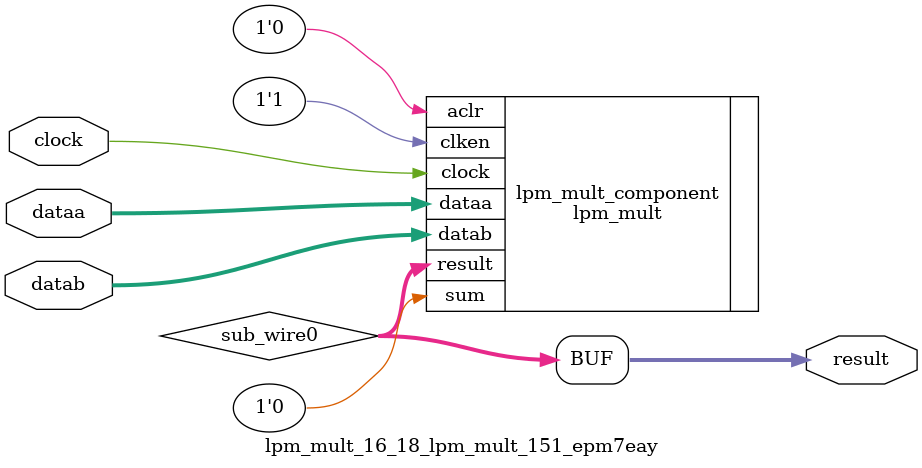
<source format=v>


`timescale 1 ps / 1 ps
// synopsys translate_on
module  lpm_mult_16_18_lpm_mult_151_epm7eay  (
            clock,
            dataa,
            datab,
            result);

            input  clock;
            input [15:0] dataa;
            input [17:0] datab;
            output [33:0] result;

            wire [33:0] sub_wire0;
            wire [33:0] result = sub_wire0[33:0];    

            lpm_mult        lpm_mult_component (
                                        .clock (clock),
                                        .dataa (dataa),
                                        .datab (datab),
                                        .result (sub_wire0),
                                        .aclr (1'b0),
                                        .clken (1'b1),
                                        .sum (1'b0));
            defparam
                    lpm_mult_component.lpm_hint = "MAXIMIZE_SPEED=9",
                    lpm_mult_component.lpm_pipeline = 2,
                    lpm_mult_component.lpm_representation = "SIGNED",
                    lpm_mult_component.lpm_type = "LPM_MULT",
                    lpm_mult_component.lpm_widtha = 16,
                    lpm_mult_component.lpm_widthb = 18,
                    lpm_mult_component.lpm_widthp = 34;


endmodule



</source>
